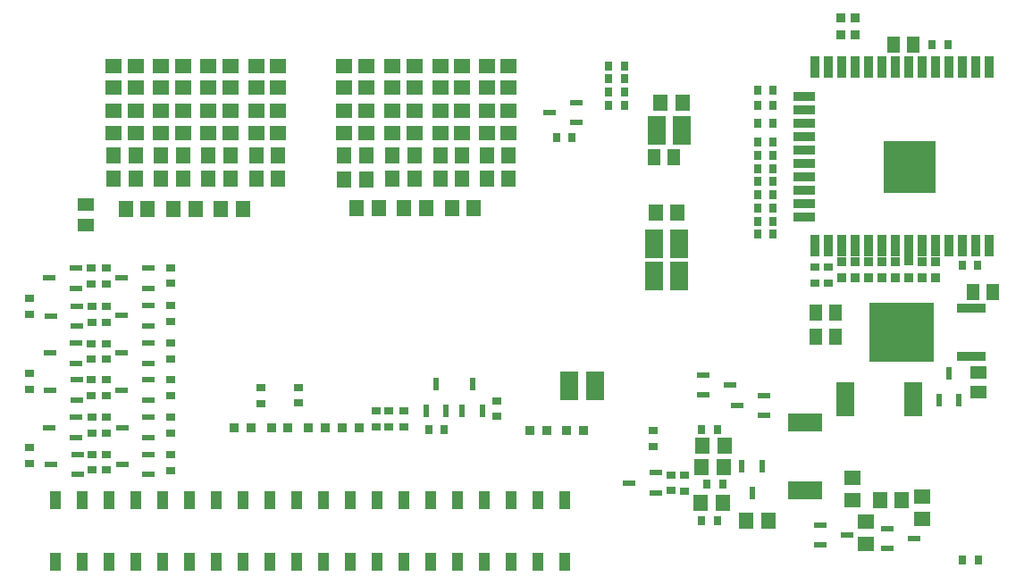
<source format=gbp>
G04*
G04 #@! TF.GenerationSoftware,Altium Limited,Altium Designer,18.0.7 (293)*
G04*
G04 Layer_Color=128*
%FSLAX25Y25*%
%MOIN*%
G70*
G01*
G75*
%ADD16R,0.05906X0.05118*%
%ADD17R,0.05906X0.05709*%
%ADD18R,0.05709X0.05906*%
%ADD23R,0.03701X0.03543*%
%ADD24R,0.02756X0.03543*%
%ADD25R,0.03543X0.02756*%
%ADD39R,0.04764X0.02323*%
%ADD44R,0.05118X0.05906*%
%ADD113R,0.03543X0.03701*%
%ADD114R,0.04016X0.07008*%
%ADD115R,0.06693X0.12598*%
%ADD116R,0.12598X0.06693*%
%ADD117R,0.06693X0.10600*%
%ADD118R,0.03543X0.07874*%
%ADD119R,0.07874X0.03543*%
%ADD120R,0.19685X0.19685*%
%ADD121R,0.23976X0.22165*%
%ADD122R,0.11142X0.03819*%
%ADD123R,0.02323X0.04764*%
G36*
X495201Y343765D02*
X482737D01*
Y356225D01*
X495201D01*
Y343765D01*
D02*
G37*
G36*
X496654Y293012D02*
X490906D01*
Y298169D01*
X496654D01*
Y293012D01*
D02*
G37*
G36*
X488661D02*
X482913D01*
Y298169D01*
X488661D01*
Y293012D01*
D02*
G37*
G36*
X480669D02*
X474921D01*
Y298169D01*
X480669D01*
Y293012D01*
D02*
G37*
G36*
X496654Y285610D02*
X490906D01*
Y290768D01*
X496654D01*
Y285610D01*
D02*
G37*
G36*
X488661D02*
X482913D01*
Y290768D01*
X488661D01*
Y285610D01*
D02*
G37*
G36*
X480669D02*
X474921D01*
Y290768D01*
X480669D01*
Y285610D01*
D02*
G37*
G36*
X496654Y278209D02*
X490906D01*
Y283366D01*
X496654D01*
Y278209D01*
D02*
G37*
G36*
X488661D02*
X482913D01*
Y283366D01*
X488661D01*
Y278209D01*
D02*
G37*
G36*
X480669D02*
X474921D01*
Y283366D01*
X480669D01*
Y278209D01*
D02*
G37*
D16*
X181693Y328346D02*
D03*
Y335827D02*
D03*
X514567Y273425D02*
D03*
Y265945D02*
D03*
D17*
X277953Y379527D02*
D03*
Y387795D02*
D03*
X191929Y387795D02*
D03*
Y379528D02*
D03*
X296063Y379528D02*
D03*
Y387795D02*
D03*
X209646Y387795D02*
D03*
Y379528D02*
D03*
X313779Y379527D02*
D03*
Y387795D02*
D03*
X227362Y387795D02*
D03*
Y379528D02*
D03*
X331102Y379527D02*
D03*
Y387795D02*
D03*
X245079Y387795D02*
D03*
Y379528D02*
D03*
X286221Y379528D02*
D03*
Y387795D02*
D03*
X200197Y387795D02*
D03*
Y379528D02*
D03*
X304331Y379528D02*
D03*
Y387795D02*
D03*
X217913Y387795D02*
D03*
Y379528D02*
D03*
X322047Y379527D02*
D03*
Y387795D02*
D03*
X235630Y387795D02*
D03*
Y379528D02*
D03*
X339370Y379527D02*
D03*
Y387795D02*
D03*
X253346Y387795D02*
D03*
Y379528D02*
D03*
X286221Y362795D02*
D03*
Y371063D02*
D03*
X200197Y371063D02*
D03*
Y362795D02*
D03*
X304331Y362795D02*
D03*
Y371063D02*
D03*
X217913Y371063D02*
D03*
Y362795D02*
D03*
X322047Y362795D02*
D03*
Y371063D02*
D03*
X235630Y371063D02*
D03*
Y362795D02*
D03*
X339370Y362795D02*
D03*
Y371063D02*
D03*
X253346Y371063D02*
D03*
Y362795D02*
D03*
X277953Y371063D02*
D03*
Y362795D02*
D03*
X191929Y362795D02*
D03*
Y371063D02*
D03*
X296063Y371063D02*
D03*
Y362795D02*
D03*
X209646Y362795D02*
D03*
Y371063D02*
D03*
X313779Y371063D02*
D03*
Y362795D02*
D03*
X227362Y362795D02*
D03*
Y371063D02*
D03*
X331102Y371063D02*
D03*
Y362795D02*
D03*
X245079Y362795D02*
D03*
Y371063D02*
D03*
X493701Y226969D02*
D03*
Y218701D02*
D03*
X472441Y217520D02*
D03*
Y209252D02*
D03*
X467520Y225590D02*
D03*
Y233858D02*
D03*
D18*
X318110Y334646D02*
D03*
X326378D02*
D03*
X240158Y334449D02*
D03*
X231890D02*
D03*
X196457D02*
D03*
X204724D02*
D03*
X300394Y334646D02*
D03*
X308661D02*
D03*
X222441Y334449D02*
D03*
X214173D02*
D03*
X277953Y354134D02*
D03*
X286221D02*
D03*
X200197Y354134D02*
D03*
X191929D02*
D03*
X296063Y354134D02*
D03*
X304331D02*
D03*
X217913Y354134D02*
D03*
X209646D02*
D03*
X313779Y354134D02*
D03*
X322047D02*
D03*
X235630Y354134D02*
D03*
X227362D02*
D03*
X331102Y354134D02*
D03*
X339370D02*
D03*
X253346Y354134D02*
D03*
X245079D02*
D03*
X402362Y332874D02*
D03*
X394094D02*
D03*
X395866Y374016D02*
D03*
X404134D02*
D03*
X290945Y334646D02*
D03*
X282677D02*
D03*
X411614Y245866D02*
D03*
X419882D02*
D03*
X410827Y224606D02*
D03*
X419095D02*
D03*
X436221Y218110D02*
D03*
X427953D02*
D03*
X419488Y237992D02*
D03*
X411221D02*
D03*
X486024Y225590D02*
D03*
X477756D02*
D03*
X277953Y345276D02*
D03*
X286221D02*
D03*
X304331Y345669D02*
D03*
X296063D02*
D03*
X313779D02*
D03*
X322047D02*
D03*
X339370D02*
D03*
X331102D02*
D03*
X191929Y345472D02*
D03*
X200197D02*
D03*
X217913D02*
D03*
X209646D02*
D03*
X227362D02*
D03*
X235630D02*
D03*
X253346D02*
D03*
X245079D02*
D03*
D23*
X361024Y251575D02*
D03*
X367244D02*
D03*
X347244D02*
D03*
X353465D02*
D03*
X277205Y252756D02*
D03*
X283425D02*
D03*
X264606D02*
D03*
X270827D02*
D03*
X250827D02*
D03*
X257047D02*
D03*
X237047D02*
D03*
X243268D02*
D03*
D24*
X413189Y231496D02*
D03*
X419095D02*
D03*
X432087Y324803D02*
D03*
X437992D02*
D03*
X508465Y313189D02*
D03*
X514370D02*
D03*
X309449Y251969D02*
D03*
X315354D02*
D03*
X432087Y349410D02*
D03*
X437992D02*
D03*
X437992Y378740D02*
D03*
X432087D02*
D03*
X382480Y382874D02*
D03*
X376575D02*
D03*
X437992Y334646D02*
D03*
X432087D02*
D03*
X376575Y387795D02*
D03*
X382480D02*
D03*
X437992Y373031D02*
D03*
X432087D02*
D03*
X382480Y377953D02*
D03*
X376575D02*
D03*
Y373031D02*
D03*
X382480D02*
D03*
X437992Y354331D02*
D03*
X432087D02*
D03*
X437992Y359252D02*
D03*
X432087D02*
D03*
X503150Y395472D02*
D03*
X497244D02*
D03*
X357087Y361024D02*
D03*
X362992D02*
D03*
X432087Y329724D02*
D03*
X437992D02*
D03*
X417126Y217913D02*
D03*
X411221D02*
D03*
X417126Y251969D02*
D03*
X411221D02*
D03*
X437992Y344488D02*
D03*
X432087D02*
D03*
X514567Y203346D02*
D03*
X508661D02*
D03*
X432087Y339567D02*
D03*
X437992D02*
D03*
X432087Y366339D02*
D03*
X437992D02*
D03*
D25*
X261024Y267717D02*
D03*
Y261811D02*
D03*
X246850Y261614D02*
D03*
Y267520D02*
D03*
X334842Y262795D02*
D03*
Y256890D02*
D03*
X300394Y258858D02*
D03*
Y252953D02*
D03*
X294685Y258858D02*
D03*
Y252953D02*
D03*
X289764Y258858D02*
D03*
Y252953D02*
D03*
X184055Y236811D02*
D03*
Y242717D02*
D03*
X183661Y264567D02*
D03*
Y270472D02*
D03*
X183858Y292126D02*
D03*
Y298031D02*
D03*
X189173Y236811D02*
D03*
Y242717D02*
D03*
X189173Y264567D02*
D03*
Y270472D02*
D03*
Y292126D02*
D03*
Y298031D02*
D03*
X160433Y245276D02*
D03*
Y239370D02*
D03*
Y273031D02*
D03*
Y267126D02*
D03*
Y300984D02*
D03*
Y295079D02*
D03*
X184055Y250591D02*
D03*
Y256496D02*
D03*
X183661Y278150D02*
D03*
Y284055D02*
D03*
X183661Y306299D02*
D03*
Y312205D02*
D03*
X213189Y236614D02*
D03*
Y242520D02*
D03*
Y264567D02*
D03*
Y270472D02*
D03*
X213189Y292323D02*
D03*
Y298228D02*
D03*
X189173Y250590D02*
D03*
Y256496D02*
D03*
Y278150D02*
D03*
Y284055D02*
D03*
X189173Y306299D02*
D03*
Y312205D02*
D03*
X213189Y250590D02*
D03*
Y256496D02*
D03*
X213189Y278346D02*
D03*
Y284252D02*
D03*
X213189Y306496D02*
D03*
Y312402D02*
D03*
X453543Y312598D02*
D03*
Y306693D02*
D03*
X458465Y312598D02*
D03*
Y306693D02*
D03*
X404921Y228937D02*
D03*
Y234842D02*
D03*
X399803Y235039D02*
D03*
Y229134D02*
D03*
X393307Y245669D02*
D03*
Y251575D02*
D03*
D39*
X455689Y208858D02*
D03*
Y216339D02*
D03*
X465571Y212598D02*
D03*
X480689Y207480D02*
D03*
Y214961D02*
D03*
X490571Y211221D02*
D03*
X394114Y235827D02*
D03*
Y228346D02*
D03*
X384232Y232087D02*
D03*
X434469Y264764D02*
D03*
Y257283D02*
D03*
X424587Y261024D02*
D03*
X364587Y374016D02*
D03*
Y366535D02*
D03*
X354705Y370276D02*
D03*
X204921Y312205D02*
D03*
Y304724D02*
D03*
X195039Y308465D02*
D03*
X204921Y284252D02*
D03*
Y276772D02*
D03*
X195039Y280512D02*
D03*
X204961Y256496D02*
D03*
Y249016D02*
D03*
X195079Y252756D02*
D03*
X204744Y298228D02*
D03*
Y290748D02*
D03*
X194862Y294488D02*
D03*
X204921Y270472D02*
D03*
Y262992D02*
D03*
X195039Y266732D02*
D03*
X204961Y242717D02*
D03*
Y235236D02*
D03*
X195079Y238976D02*
D03*
X411988Y264961D02*
D03*
Y272441D02*
D03*
X421870Y268701D02*
D03*
X177776Y312205D02*
D03*
Y304724D02*
D03*
X167894Y308465D02*
D03*
X177953Y284252D02*
D03*
Y276772D02*
D03*
X168071Y280512D02*
D03*
X177756Y256496D02*
D03*
Y249016D02*
D03*
X167874Y252756D02*
D03*
X178366Y298031D02*
D03*
Y290551D02*
D03*
X168484Y294291D02*
D03*
X178169Y270472D02*
D03*
Y262992D02*
D03*
X168287Y266732D02*
D03*
X178543Y242717D02*
D03*
Y235236D02*
D03*
X168661Y238976D02*
D03*
D44*
X461221Y295472D02*
D03*
X453740D02*
D03*
X490354Y395669D02*
D03*
X482874D02*
D03*
X400984Y353740D02*
D03*
X393504D02*
D03*
X461221Y286614D02*
D03*
X453740D02*
D03*
X512402Y303346D02*
D03*
X519882D02*
D03*
D113*
X468504Y399252D02*
D03*
Y405472D02*
D03*
X463189Y399252D02*
D03*
Y405472D02*
D03*
X473622Y314724D02*
D03*
Y308504D02*
D03*
X468504Y314724D02*
D03*
Y308504D02*
D03*
X463583Y314724D02*
D03*
Y308504D02*
D03*
X498425Y314685D02*
D03*
Y308465D02*
D03*
X483465Y314724D02*
D03*
Y308504D02*
D03*
X478543Y314724D02*
D03*
Y308504D02*
D03*
X493504Y314724D02*
D03*
Y308504D02*
D03*
X488583Y314921D02*
D03*
Y308701D02*
D03*
D114*
X260354Y225673D02*
D03*
X170354D02*
D03*
X180354D02*
D03*
X190354D02*
D03*
X170354Y202673D02*
D03*
X180354D02*
D03*
X200354Y225673D02*
D03*
X210354D02*
D03*
X220354D02*
D03*
X230354D02*
D03*
X240354D02*
D03*
X250354D02*
D03*
X190354Y202673D02*
D03*
X200354D02*
D03*
X210354D02*
D03*
X220354D02*
D03*
X230354D02*
D03*
X240354D02*
D03*
X250354D02*
D03*
X260354D02*
D03*
X270354Y225673D02*
D03*
X280354D02*
D03*
X290354D02*
D03*
X300354D02*
D03*
X310354D02*
D03*
X320354D02*
D03*
X330354D02*
D03*
X340354D02*
D03*
X350354D02*
D03*
X360354D02*
D03*
X270354Y202673D02*
D03*
X280354D02*
D03*
X290354D02*
D03*
X300354D02*
D03*
X310354D02*
D03*
X320354D02*
D03*
X330354D02*
D03*
X340354D02*
D03*
X350354D02*
D03*
X360354D02*
D03*
D115*
X490256Y263386D02*
D03*
X464961D02*
D03*
D116*
X449803Y229331D02*
D03*
Y254626D02*
D03*
D117*
X362008Y268307D02*
D03*
X371457D02*
D03*
X403937Y363779D02*
D03*
X394488D02*
D03*
X402953Y309449D02*
D03*
X393504D02*
D03*
X402953Y321260D02*
D03*
X393504D02*
D03*
D118*
X518504Y387402D02*
D03*
X513504D02*
D03*
X508504D02*
D03*
X503504D02*
D03*
X498504D02*
D03*
X493504D02*
D03*
X488504D02*
D03*
X483504D02*
D03*
X478504D02*
D03*
X473504D02*
D03*
X468504D02*
D03*
X463504D02*
D03*
X458504D02*
D03*
X453504D02*
D03*
Y320472D02*
D03*
X458504D02*
D03*
X463504D02*
D03*
X468504D02*
D03*
X473504D02*
D03*
X478504D02*
D03*
X483504D02*
D03*
X488504D02*
D03*
X493504D02*
D03*
X498504D02*
D03*
X503504D02*
D03*
X508504D02*
D03*
X513504D02*
D03*
X518504D02*
D03*
D119*
X449567Y376437D02*
D03*
Y371437D02*
D03*
Y366437D02*
D03*
Y361437D02*
D03*
Y356437D02*
D03*
Y351437D02*
D03*
Y346437D02*
D03*
Y341437D02*
D03*
Y336437D02*
D03*
Y331437D02*
D03*
D120*
X488976Y350000D02*
D03*
D121*
X485787Y288189D02*
D03*
D122*
X511969Y279173D02*
D03*
Y297205D02*
D03*
D123*
X329528Y259055D02*
D03*
X322047D02*
D03*
X325787Y268937D02*
D03*
X315945Y259035D02*
D03*
X308465D02*
D03*
X312205Y268917D02*
D03*
X507283Y262972D02*
D03*
X499803D02*
D03*
X503543Y272854D02*
D03*
X430118Y228327D02*
D03*
X433858Y238209D02*
D03*
X426378D02*
D03*
M02*

</source>
